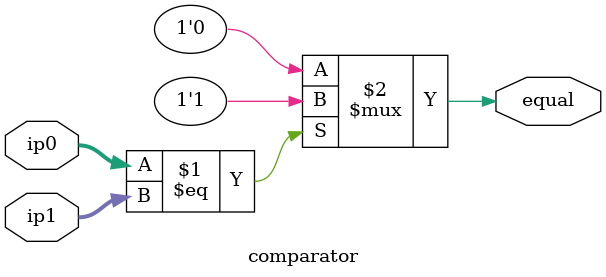
<source format=v>
module comparator(ip0, ip1, equal); 

	output equal;
	
	input  [15:0] ip0, ip1;
	
	assign equal = (ip0 == ip1) ? 1'b1 : 1'b0;
endmodule
</source>
